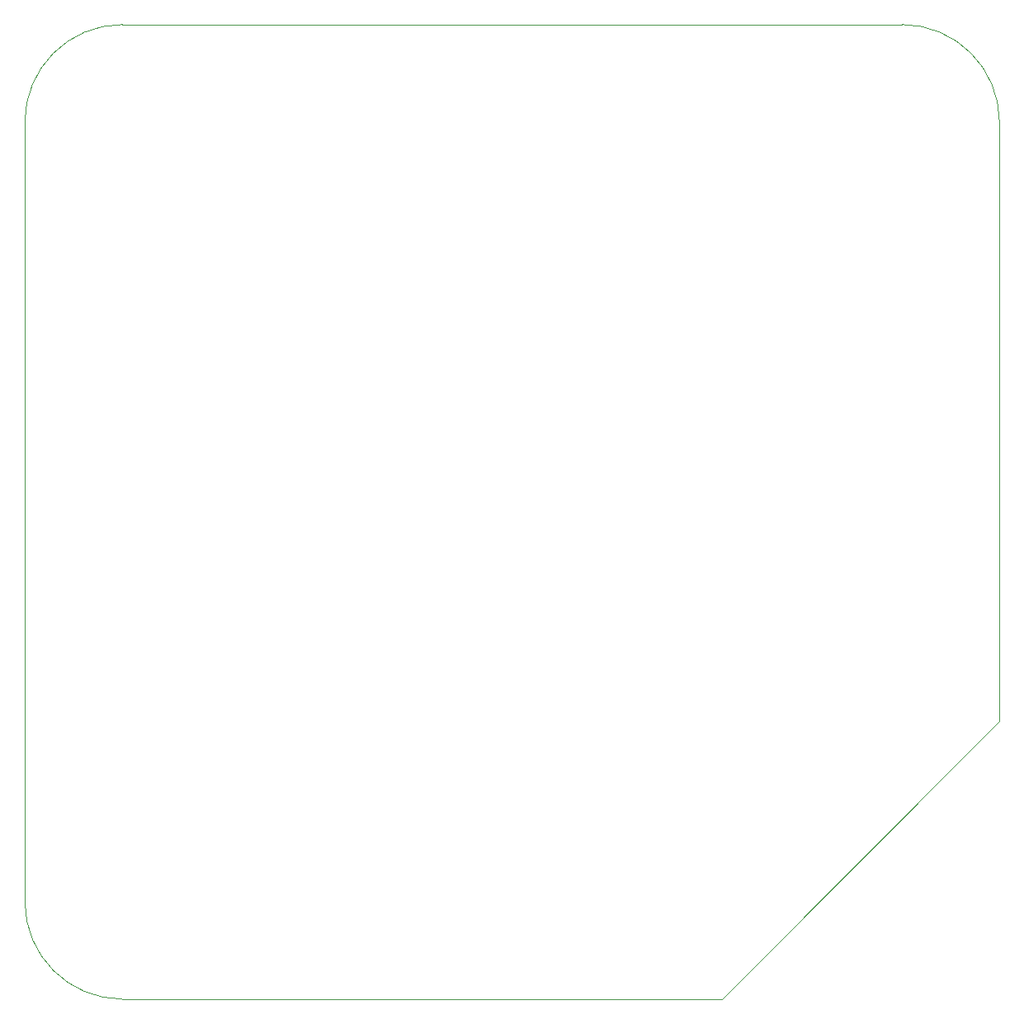
<source format=gbr>
%TF.GenerationSoftware,KiCad,Pcbnew,7.0.8*%
%TF.CreationDate,2023-10-26T13:24:24+11:00*%
%TF.ProjectId,Main 4.2,4d61696e-2034-42e3-922e-6b696361645f,rev?*%
%TF.SameCoordinates,Original*%
%TF.FileFunction,Profile,NP*%
%FSLAX46Y46*%
G04 Gerber Fmt 4.6, Leading zero omitted, Abs format (unit mm)*
G04 Created by KiCad (PCBNEW 7.0.8) date 2023-10-26 13:24:24*
%MOMM*%
%LPD*%
G01*
G04 APERTURE LIST*
%TA.AperFunction,Profile*%
%ADD10C,0.100000*%
%TD*%
G04 APERTURE END LIST*
D10*
X100000000Y-190000000D02*
X100000000Y-110000000D01*
X200000000Y-110000000D02*
G75*
G03*
X190000000Y-100000000I-10000000J0D01*
G01*
X171500000Y-200000000D02*
X110000000Y-200000000D01*
X100000000Y-190000000D02*
G75*
G03*
X110000000Y-200000000I10000000J0D01*
G01*
X110000000Y-100000000D02*
X190000000Y-100000000D01*
X110000000Y-100000000D02*
G75*
G03*
X100000000Y-110000000I0J-10000000D01*
G01*
X171500000Y-200000000D02*
X200000000Y-171500000D01*
X200000000Y-171500000D02*
X200000000Y-110000000D01*
M02*

</source>
